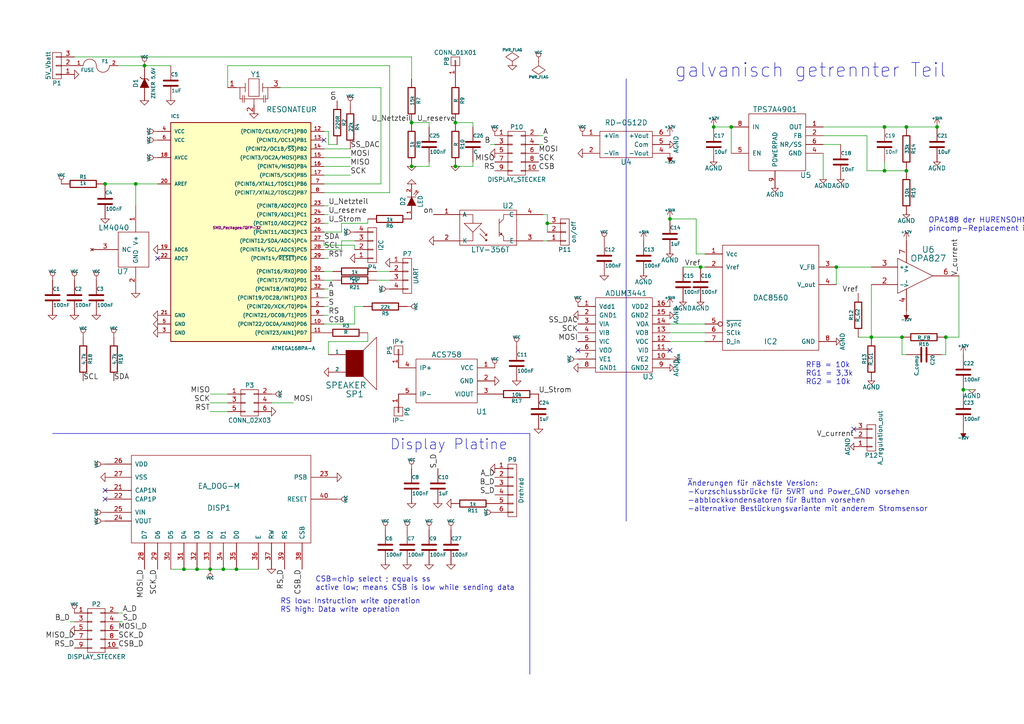
<source format=kicad_sch>
(kicad_sch (version 20230121) (generator eeschema)
  (paper "A4")
  (junction (at 158.75 64.77))
  (junction (at 262.89 49.53))
  (junction (at 64.77 165.1))
  (junction (at 119.38 48.26))
  (junction (at 41.91 19.05))
  (junction (at 132.08 35.56))
  (junction (at 53.34 165.1))
  (junction (at 261.62 97.79))
  (junction (at 203.2 77.47))
  (junction (at 242.57 77.47))
  (junction (at 207.01 36.83))
  (junction (at 212.09 36.83))
  (junction (at 30.48 53.34))
  (junction (at 194.31 63.5))
  (junction (at 274.32 97.79))
  (junction (at 279.4 113.03))
  (junction (at 271.78 36.83))
  (junction (at 119.38 35.56))
  (junction (at 57.15 165.1))
  (junction (at 68.58 165.1))
  (junction (at 132.08 48.26))
  (junction (at 39.37 53.34))
  (junction (at 262.89 36.83))
  (junction (at 256.54 49.53))
  (junction (at 60.96 165.1))
  (junction (at 256.54 36.83))
  (junction (at 252.73 97.79))
  (no_connect (at 45.72 74.93))
  (no_connect (at 194.31 101.6))
  (no_connect (at 30.48 142.24))
  (no_connect (at 30.48 144.78))
  (no_connect (at 93.98 40.64))
  (no_connect (at 247.65 124.46))
  (no_connect (at 167.64 101.6))
  (wire (pts (xy 252.73 97.79) (xy 261.62 97.79)))
  (wire (pts (xy 66.04 119.38) (xy 60.96 119.38)))
  (wire (pts (xy 102.87 93.98) (xy 102.87 88.9)))
  (wire (pts (xy 157.48 69.85) (xy 158.75 69.85)))
  (wire (pts (xy 21.59 180.34) (xy 20.32 180.34)))
  (wire (pts (xy 93.98 88.9) (xy 95.25 88.9)))
  (wire (pts (xy 238.76 36.83) (xy 256.54 36.83)))
  (wire (pts (xy 93.98 48.26) (xy 101.6 48.26)))
  (wire (pts (xy 262.89 102.87) (xy 261.62 102.87)))
  (polyline (pts (xy 153.67 125.73) (xy 153.67 195.58)))
  (wire (pts (xy 256.54 36.83) (xy 262.89 36.83)))
  (wire (pts (xy 278.13 80.01) (xy 278.13 97.79)))
  (wire (pts (xy 41.91 19.05) (xy 49.53 19.05)))
  (wire (pts (xy 49.53 165.1) (xy 53.34 165.1)))
  (wire (pts (xy 212.09 36.83) (xy 212.09 44.45)))
  (wire (pts (xy 238.76 44.45) (xy 238.76 52.07)))
  (wire (pts (xy 274.32 97.79) (xy 274.32 102.87)))
  (wire (pts (xy 57.15 165.1) (xy 60.96 165.1)))
  (wire (pts (xy 93.98 69.85) (xy 93.98 71.12)))
  (wire (pts (xy 158.75 64.77) (xy 158.75 67.31)))
  (wire (pts (xy 93.98 91.44) (xy 95.25 91.44)))
  (wire (pts (xy 39.37 59.69) (xy 39.37 53.34)))
  (wire (pts (xy 109.22 81.28) (xy 113.03 81.28)))
  (wire (pts (xy 156.21 39.37) (xy 157.48 39.37)))
  (wire (pts (xy 157.48 62.23) (xy 158.75 62.23)))
  (wire (pts (xy 256.54 49.53) (xy 262.89 49.53)))
  (wire (pts (xy 137.16 35.56) (xy 137.16 36.83)))
  (wire (pts (xy 66.04 25.4) (xy 66.04 19.05)))
  (wire (pts (xy 143.51 41.91) (xy 142.24 41.91)))
  (wire (pts (xy 66.04 19.05) (xy 113.03 19.05)))
  (wire (pts (xy 66.04 116.84) (xy 60.96 116.84)))
  (wire (pts (xy 158.75 62.23) (xy 158.75 64.77)))
  (wire (pts (xy 34.29 19.05) (xy 41.91 19.05)))
  (wire (pts (xy 238.76 41.91) (xy 243.84 41.91)))
  (wire (pts (xy 194.31 93.98) (xy 204.47 93.98)))
  (polyline (pts (xy 181.61 22.86) (xy 181.61 151.13)))
  (wire (pts (xy 207.01 36.83) (xy 212.09 36.83)))
  (wire (pts (xy 252.73 97.79) (xy 252.73 82.55)))
  (wire (pts (xy 198.12 77.47) (xy 203.2 77.47)))
  (wire (pts (xy 93.98 93.98) (xy 102.87 93.98)))
  (wire (pts (xy 242.57 77.47) (xy 252.73 77.47)))
  (wire (pts (xy 124.46 48.26) (xy 124.46 46.99)))
  (wire (pts (xy 93.98 45.72) (xy 101.6 45.72)))
  (wire (pts (xy 113.03 19.05) (xy 113.03 55.88)))
  (wire (pts (xy 21.59 16.51) (xy 119.38 16.51)))
  (wire (pts (xy 124.46 35.56) (xy 124.46 36.83)))
  (wire (pts (xy 93.98 74.93) (xy 95.25 74.93)))
  (wire (pts (xy 279.4 113.03) (xy 281.94 113.03)))
  (wire (pts (xy 93.98 59.69) (xy 95.25 59.69)))
  (wire (pts (xy 194.31 96.52) (xy 204.47 96.52)))
  (wire (pts (xy 106.68 99.06) (xy 95.25 99.06)))
  (wire (pts (xy 81.28 25.4) (xy 110.49 25.4)))
  (wire (pts (xy 119.38 16.51) (xy 119.38 22.86)))
  (wire (pts (xy 95.25 99.06) (xy 95.25 102.87)))
  (wire (pts (xy 109.22 78.74) (xy 113.03 78.74)))
  (wire (pts (xy 93.98 71.12) (xy 102.87 71.12)))
  (wire (pts (xy 93.98 50.8) (xy 101.6 50.8)))
  (wire (pts (xy 34.29 177.8) (xy 35.56 177.8)))
  (wire (pts (xy 194.31 99.06) (xy 204.47 99.06)))
  (wire (pts (xy 113.03 55.88) (xy 93.98 55.88)))
  (wire (pts (xy 278.13 97.79) (xy 274.32 97.79)))
  (wire (pts (xy 110.49 25.4) (xy 110.49 53.34)))
  (wire (pts (xy 64.77 165.1) (xy 68.58 165.1)))
  (wire (pts (xy 93.98 81.28) (xy 96.52 81.28)))
  (wire (pts (xy 279.4 114.3) (xy 279.4 113.03)))
  (wire (pts (xy 251.46 49.53) (xy 256.54 49.53)))
  (wire (pts (xy 201.93 63.5) (xy 201.93 73.66)))
  (polyline (pts (xy 15.24 125.73) (xy 153.67 125.73)))
  (wire (pts (xy 274.32 102.87) (xy 273.05 102.87)))
  (wire (pts (xy 99.06 72.39) (xy 99.06 69.85)))
  (wire (pts (xy 93.98 38.1) (xy 95.25 38.1)))
  (wire (pts (xy 251.46 39.37) (xy 251.46 49.53)))
  (wire (pts (xy 95.25 38.1) (xy 95.25 41.91)))
  (wire (pts (xy 93.98 72.39) (xy 99.06 72.39)))
  (wire (pts (xy 95.25 41.91) (xy 97.79 41.91)))
  (wire (pts (xy 60.96 165.1) (xy 64.77 165.1)))
  (wire (pts (xy 99.06 67.31) (xy 99.06 64.77)))
  (wire (pts (xy 68.58 165.1) (xy 74.93 165.1)))
  (wire (pts (xy 93.98 86.36) (xy 95.25 86.36)))
  (wire (pts (xy 110.49 53.34) (xy 93.98 53.34)))
  (wire (pts (xy 93.98 78.74) (xy 96.52 78.74)))
  (wire (pts (xy 66.04 114.3) (xy 60.96 114.3)))
  (wire (pts (xy 256.54 46.99) (xy 256.54 49.53)))
  (wire (pts (xy 119.38 48.26) (xy 124.46 48.26)))
  (wire (pts (xy 93.98 64.77) (xy 95.25 64.77)))
  (wire (pts (xy 34.29 180.34) (xy 35.56 180.34)))
  (wire (pts (xy 39.37 53.34) (xy 45.72 53.34)))
  (wire (pts (xy 102.87 71.12) (xy 102.87 72.39)))
  (wire (pts (xy 248.92 97.79) (xy 252.73 97.79)))
  (wire (pts (xy 30.48 53.34) (xy 39.37 53.34)))
  (wire (pts (xy 261.62 102.87) (xy 261.62 97.79)))
  (wire (pts (xy 102.87 88.9) (xy 105.41 88.9)))
  (wire (pts (xy 93.98 62.23) (xy 95.25 62.23)))
  (wire (pts (xy 156.21 41.91) (xy 157.48 41.91)))
  (wire (pts (xy 99.06 64.77) (xy 106.68 64.77)))
  (wire (pts (xy 203.2 77.47) (xy 204.47 77.47)))
  (wire (pts (xy 78.74 116.84) (xy 85.09 116.84)))
  (wire (pts (xy 132.08 48.26) (xy 137.16 48.26)))
  (wire (pts (xy 201.93 73.66) (xy 204.47 73.66)))
  (wire (pts (xy 132.08 35.56) (xy 137.16 35.56)))
  (wire (pts (xy 99.06 69.85) (xy 102.87 69.85)))
  (wire (pts (xy 106.68 96.52) (xy 106.68 99.06)))
  (wire (pts (xy 93.98 43.18) (xy 101.6 43.18)))
  (wire (pts (xy 137.16 48.26) (xy 137.16 46.99)))
  (wire (pts (xy 194.31 63.5) (xy 201.93 63.5)))
  (wire (pts (xy 53.34 165.1) (xy 57.15 165.1)))
  (wire (pts (xy 262.89 36.83) (xy 271.78 36.83)))
  (wire (pts (xy 93.98 83.82) (xy 95.25 83.82)))
  (wire (pts (xy 93.98 67.31) (xy 99.06 67.31)))
  (wire (pts (xy 238.76 39.37) (xy 251.46 39.37)))
  (wire (pts (xy 242.57 82.55) (xy 242.57 77.47)))
  (wire (pts (xy 119.38 35.56) (xy 124.46 35.56)))
  (wire (pts (xy 106.68 64.77) (xy 106.68 63.5)))
  (text "RFB = 10k\nRG1 = 3,3k\nRG2 = 10k" (at 233.68 111.76 0) (effects (font (size 1.524 1.524)) (justify left bottom)))
  (text "RS low: Instruction write operation\nRS high: Data write operation" (at 81.28 177.8 0) (effects (font (size 1.524 1.524)) (justify left bottom)))
  (text "Änderungen für nächste Version:\n-Kurzschlussbrücke für 5VRT und Power_GND vorsehen\n-abblockkondensatoren für Button vorsehen\n-alternative Bestückungsvariante mit anderem Stromsensor" (at 199.39 148.59 0) (effects (font (size 1.524 1.524)) (justify left bottom)))
  (text "galvanisch getrennter Teil" (at 195.58 22.86 0) (effects (font (size 3.9878 3.9878)) (justify left bottom)))
  (text "Display Platine" (at 113.03 130.81 0) (effects (font (size 2.9972 2.9972)) (justify left bottom)))
  (text "OPA188 der HURENSOHN hält keinen Strom aus.\npincomp-Replacement ist der OPA827" (at 269.24 67.31 0) (effects (font (size 1.524 1.524)) (justify left bottom)))
  (text "CSB=chip select ; equals ss\nactive low; means CSB is low while sending data" (at 91.44 171.45 0) (effects (font (size 1.524 1.524)) (justify left bottom)))
  (label "B" (at 142.24 41.91 180) (effects (font (size 1.524 1.524))))
  (label "S" (at 157.48 41.91 0) (effects (font (size 1.524 1.524))))
  (label "A" (at 157.48 39.37 0) (effects (font (size 1.524 1.524))))
  (label "S_D" (at 35.56 180.34 0) (effects (font (size 1.524 1.524))))
  (label "V_current" (at 278.13 80.01 90) (effects (font (size 1.524 1.524))))
  (label "RST" (at 60.96 119.38 180) (effects (font (size 1.524 1.524))))
  (label "SCK" (at 101.6 50.8 0) (effects (font (size 1.524 1.524))))
  (label "CSB_D" (at 87.63 165.1 270) (effects (font (size 1.524 1.524))))
  (label "MISO_D" (at 21.59 185.42 180) (effects (font (size 1.524 1.524))))
  (label "SDA" (at 93.98 69.85 0) (effects (font (size 1.524 1.524))))
  (label "SCK_D" (at 34.29 185.42 0) (effects (font (size 1.524 1.524))))
  (label "MOSI" (at 167.64 99.06 180) (effects (font (size 1.524 1.524))))
  (label "SCK" (at 60.96 116.84 180) (effects (font (size 1.524 1.524))))
  (label "MISO" (at 143.51 46.99 180) (effects (font (size 1.524 1.524))))
  (label "SDA" (at 33.02 110.49 0) (effects (font (size 1.524 1.524))))
  (label "CSB" (at 95.25 93.98 0) (effects (font (size 1.524 1.524))))
  (label "U_reserve" (at 132.08 35.56 180) (effects (font (size 1.524 1.524))))
  (label "U_Strom" (at 156.21 114.3 0) (effects (font (size 1.524 1.524))))
  (label "S_D" (at 127 135.89 90) (effects (font (size 1.524 1.524))))
  (label "RS" (at 95.25 91.44 0) (effects (font (size 1.524 1.524))))
  (label "RS" (at 143.51 49.53 180) (effects (font (size 1.524 1.524))))
  (label "on" (at 97.79 29.21 90) (effects (font (size 1.524 1.524))))
  (label "MOSI_D" (at 34.29 182.88 0) (effects (font (size 1.524 1.524))))
  (label "SCL" (at 93.98 72.39 0) (effects (font (size 1.524 1.524))))
  (label "U_Netzteil" (at 119.38 35.56 180) (effects (font (size 1.524 1.524))))
  (label "Vref" (at 248.92 85.09 180) (effects (font (size 1.524 1.524))))
  (label "MOSI_D" (at 41.91 165.1 270) (effects (font (size 1.524 1.524))))
  (label "RST" (at 95.25 74.93 0) (effects (font (size 1.524 1.524))))
  (label "A" (at 95.25 83.82 0) (effects (font (size 1.524 1.524))))
  (label "U_Strom" (at 95.25 64.77 0) (effects (font (size 1.524 1.524))))
  (label "MOSI" (at 156.21 44.45 0) (effects (font (size 1.524 1.524))))
  (label "SCL" (at 24.13 110.49 0) (effects (font (size 1.524 1.524))))
  (label "CSB_D" (at 34.29 187.96 0) (effects (font (size 1.524 1.524))))
  (label "MOSI" (at 101.6 45.72 0) (effects (font (size 1.524 1.524))))
  (label "V_current" (at 247.65 127 180) (effects (font (size 1.524 1.524))))
  (label "S" (at 95.25 88.9 0) (effects (font (size 1.524 1.524))))
  (label "S_D" (at 143.51 143.51 180) (effects (font (size 1.524 1.524))))
  (label "SCK" (at 167.64 96.52 180) (effects (font (size 1.524 1.524))))
  (label "MISO" (at 101.6 48.26 0) (effects (font (size 1.524 1.524))))
  (label "SS_DAC" (at 101.6 43.18 0) (effects (font (size 1.524 1.524))))
  (label "CSB" (at 156.21 49.53 0) (effects (font (size 1.524 1.524))))
  (label "MISO" (at 60.96 114.3 180) (effects (font (size 1.524 1.524))))
  (label "SS_DAC" (at 167.64 93.98 180) (effects (font (size 1.524 1.524))))
  (label "U_Netzteil" (at 95.25 59.69 0) (effects (font (size 1.524 1.524))))
  (label "RS_D" (at 82.55 165.1 270) (effects (font (size 1.524 1.524))))
  (label "MOSI" (at 85.09 116.84 0) (effects (font (size 1.524 1.524))))
  (label "SCK" (at 156.21 46.99 0) (effects (font (size 1.524 1.524))))
  (label "A_D" (at 143.51 138.43 180) (effects (font (size 1.524 1.524))))
  (label "SCK_D" (at 45.72 165.1 270) (effects (font (size 1.524 1.524))))
  (label "B_D" (at 20.32 180.34 180) (effects (font (size 1.524 1.524))))
  (label "RS_D" (at 21.59 187.96 180) (effects (font (size 1.524 1.524))))
  (label "on" (at 125.73 62.23 180) (effects (font (size 1.524 1.524))))
  (label "Vref" (at 203.2 77.47 180) (effects (font (size 1.524 1.524))))
  (label "B_D" (at 143.51 140.97 180) (effects (font (size 1.524 1.524))))
  (label "U_reserve" (at 95.25 62.23 0) (effects (font (size 1.524 1.524))))
  (label "A_D" (at 35.56 177.8 0) (effects (font (size 1.524 1.524))))
  (label "B" (at 95.25 86.36 0) (effects (font (size 1.524 1.524))))
  (symbol (lib_id "server_lader-rescue:ATMEGA168PA-A-RESCUE-server_lader") (at 68.58 66.04 0) (unit 1)
    (property "Reference" "IC1" (at 49.53 34.29 0) (effects (font (size 1.016 1.016)) (justify left bottom)))
    (property "Value" "ATMEGA168PA-A" (at 78.74 101.6 0) (effects (font (size 1.016 1.016)) (justify left bottom)))
    (property "Footprint" "SMD_Packages:TQFP-32" (at 68.58 66.04 0) (effects (font (size 0.762 0.762) italic)))
  )
  (symbol (lib_id "server_lader-rescue:VCC") (at 45.72 38.1 90) (unit 1)
    (property "Reference" "#PWR01" (effects hide))
    (property "Value" "VCC" (at 43.18 38.1 0) (effects (font (size 0.762 0.762))))
  )
  (symbol (lib_id "server_lader-rescue:VCC") (at 45.72 40.64 90) (unit 1)
    (property "Reference" "#PWR02" (effects hide))
    (property "Value" "VCC" (at 43.18 40.64 0) (effects (font (size 0.762 0.762))))
  )
  (symbol (lib_id "server_lader-rescue:VCC") (at 45.72 45.72 90) (unit 1)
    (property "Reference" "#PWR03" (effects hide))
    (property "Value" "VCC" (at 43.18 45.72 0) (effects (font (size 0.762 0.762))))
  )
  (symbol (lib_id "server_lader-rescue:GND-RESCUE-server_lader") (at 45.72 91.44 270) (unit 1)
    (property "Reference" "#PWR04" (effects hide))
    (property "Value" "GND" (effects hide))
  )
  (symbol (lib_id "server_lader-rescue:GND-RESCUE-server_lader") (at 45.72 93.98 270) (unit 1)
    (property "Reference" "#PWR05" (effects hide))
    (property "Value" "GND" (effects hide))
  )
  (symbol (lib_id "server_lader-rescue:GND-RESCUE-server_lader") (at 45.72 96.52 270) (unit 1)
    (property "Reference" "#PWR06" (effects hide))
    (property "Value" "GND" (effects hide))
  )
  (symbol (lib_id "server_lader-rescue:VCC") (at 78.74 114.3 270) (unit 1)
    (property "Reference" "#PWR07" (effects hide))
    (property "Value" "VCC" (at 81.28 114.3 0) (effects (font (size 0.762 0.762))))
  )
  (symbol (lib_id "server_lader-rescue:CONN_02X03") (at 72.39 116.84 0) (unit 1)
    (property "Reference" "P3" (at 72.39 111.76 0))
    (property "Value" "CONN_02X03" (at 72.39 121.92 0))
    (property "Footprint" "toni:micro_match3x2" (effects hide))
  )
  (symbol (lib_id "server_lader-rescue:GND-RESCUE-server_lader") (at 78.74 119.38 90) (unit 1)
    (property "Reference" "#PWR08" (effects hide))
    (property "Value" "GND" (effects hide))
  )
  (symbol (lib_id "server_lader-rescue:CONN_01X04") (at 118.11 80.01 0) (unit 1)
    (property "Reference" "P7" (at 118.11 73.66 0))
    (property "Value" "UART" (at 120.65 80.01 90))
    (property "Footprint" "Sockets_MOLEX_KK-System:Socket_MOLEX-KK-RM2-54mm_Lock_4pin_straight" (effects hide))
  )
  (symbol (lib_id "server_lader-rescue:GND-RESCUE-server_lader") (at 113.03 76.2 270) (unit 1)
    (property "Reference" "#PWR09" (effects hide))
    (property "Value" "GND" (effects hide))
  )
  (symbol (lib_id "server_lader-rescue:VCC") (at 113.03 83.82 90) (unit 1)
    (property "Reference" "#PWR010" (effects hide))
    (property "Value" "VCC" (at 110.49 83.82 0) (effects (font (size 0.762 0.762))))
  )
  (symbol (lib_id "server_lader-rescue:GND-RESCUE-server_lader") (at 21.59 21.59 90) (unit 1)
    (property "Reference" "#PWR011" (effects hide))
    (property "Value" "GND" (effects hide))
  )
  (symbol (lib_id "server_lader-rescue:ZENER-RESCUE-server_lader") (at 41.91 24.13 90) (unit 1)
    (property "Reference" "D1" (at 39.37 24.13 0))
    (property "Value" "ZENER 5,6V" (at 44.45 24.13 0) (effects (font (size 1.016 1.016))))
    (property "Footprint" "Diodes_SMD:Diode-Universal-SMA-SMB_Handsoldering" (effects hide))
  )
  (symbol (lib_id "server_lader-rescue:GND-RESCUE-server_lader") (at 41.91 29.21 0) (unit 1)
    (property "Reference" "#PWR012" (effects hide))
    (property "Value" "GND" (effects hide))
  )
  (symbol (lib_id "server_lader-rescue:VCC") (at 41.91 19.05 0) (unit 1)
    (property "Reference" "#PWR013" (effects hide))
    (property "Value" "VCC" (at 41.91 16.51 0) (effects (font (size 0.762 0.762))))
  )
  (symbol (lib_id "server_lader-rescue:R-RESCUE-server_lader") (at 24.13 53.34 90) (unit 1)
    (property "Reference" "R1" (at 24.13 51.308 90) (effects (font (size 1.016 1.016))))
    (property "Value" "1k" (at 24.1046 53.1622 90) (effects (font (size 1.016 1.016))))
    (property "Footprint" "SMD_Packages:SMD-0805" (effects hide))
  )
  (symbol (lib_id "server_lader-rescue:C-RESCUE-server_lader") (at 30.48 58.42 0) (unit 1)
    (property "Reference" "C4" (at 30.48 55.88 0) (effects (font (size 1.016 1.016)) (justify left)))
    (property "Value" "100nF" (at 30.6324 60.579 0) (effects (font (size 1.016 1.016)) (justify left)))
    (property "Footprint" "SMD_Packages:SMD-0402" (effects hide))
  )
  (symbol (lib_id "server_lader-rescue:VCC") (at 17.78 53.34 0) (unit 1)
    (property "Reference" "#PWR014" (effects hide))
    (property "Value" "VCC" (at 17.78 50.8 0) (effects (font (size 0.762 0.762))))
  )
  (symbol (lib_id "server_lader-rescue:GND-RESCUE-server_lader") (at 30.48 63.5 0) (unit 1)
    (property "Reference" "#PWR015" (effects hide))
    (property "Value" "GND" (effects hide))
  )
  (symbol (lib_id "server_lader-rescue:CONN_02X05") (at 149.86 44.45 0) (unit 1)
    (property "Reference" "P10" (at 149.86 36.83 0))
    (property "Value" "DISPLAY_STECKER" (at 149.86 52.07 0))
    (property "Footprint" "toni:micro_match5x2" (effects hide))
  )
  (symbol (lib_id "server_lader-rescue:GND-RESCUE-server_lader") (at 143.51 44.45 270) (unit 1)
    (property "Reference" "#PWR016" (effects hide))
    (property "Value" "GND" (effects hide))
  )
  (symbol (lib_id "server_lader-rescue:VCC") (at 143.51 39.37 0) (unit 1)
    (property "Reference" "#PWR017" (effects hide))
    (property "Value" "VCC" (at 143.51 36.83 0) (effects (font (size 0.762 0.762))))
  )
  (symbol (lib_id "server_lader-rescue:TPS7A4901") (at 224.79 41.91 0) (unit 1)
    (property "Reference" "U5" (at 233.68 50.8 0) (effects (font (size 1.524 1.524))))
    (property "Value" "TPS7A4901" (at 224.79 31.75 0) (effects (font (size 1.524 1.524))))
    (property "Footprint" "toni:MSOP-8_power_pad" (effects hide))
  )
  (symbol (lib_id "server_lader-rescue:TL071-RESCUE-server_lader") (at 265.43 80.01 0) (unit 1)
    (property "Reference" "U6" (at 269.24 72.39 0) (effects (font (size 1.778 1.778))))
    (property "Value" "OPA827" (at 269.24 74.93 0) (effects (font (size 1.778 1.778))))
    (property "Footprint" "SMD_Packages:SSOP-8" (effects hide))
  )
  (symbol (lib_id "server_lader-rescue:C-RESCUE-server_lader") (at 256.54 41.91 0) (unit 1)
    (property "Reference" "C19" (at 256.54 39.37 0) (effects (font (size 1.016 1.016)) (justify left)))
    (property "Value" "10nF" (at 256.6924 44.069 0) (effects (font (size 1.016 1.016)) (justify left)))
    (property "Footprint" "SMD_Packages:SMD-0402" (effects hide))
  )
  (symbol (lib_id "server_lader-rescue:+12V") (at 262.89 69.85 0) (unit 1)
    (property "Reference" "#PWR027" (effects hide))
    (property "Value" "+12V" (at 262.89 67.31 0) (effects (font (size 0.762 0.762))))
  )
  (symbol (lib_id "server_lader-rescue:R-RESCUE-server_lader") (at 262.89 43.18 0) (unit 1)
    (property "Reference" "R14" (at 264.922 43.18 90) (effects (font (size 1.016 1.016))))
    (property "Value" "33k" (at 263.0678 43.1546 90) (effects (font (size 1.016 1.016))))
    (property "Footprint" "SMD_Packages:SMD-0805" (effects hide))
  )
  (symbol (lib_id "server_lader-rescue:R-RESCUE-server_lader") (at 262.89 55.88 0) (unit 1)
    (property "Reference" "R15" (at 264.922 55.88 90) (effects (font (size 1.016 1.016))))
    (property "Value" "10k" (at 263.0678 55.8546 90) (effects (font (size 1.016 1.016))))
    (property "Footprint" "SMD_Packages:SMD-0805" (effects hide))
  )
  (symbol (lib_id "server_lader-rescue:-12V") (at 262.89 90.17 180) (unit 1)
    (property "Reference" "#PWR028" (effects hide))
    (property "Value" "-12V" (at 262.89 92.71 0) (effects (font (size 0.762 0.762))))
  )
  (symbol (lib_id "server_lader-rescue:C-RESCUE-server_lader") (at 243.84 46.99 0) (unit 1)
    (property "Reference" "C18" (at 243.84 44.45 0) (effects (font (size 1.016 1.016)) (justify left)))
    (property "Value" "10nF" (at 243.9924 49.149 0) (effects (font (size 1.016 1.016)) (justify left)))
    (property "Footprint" "SMD_Packages:SMD-0402" (effects hide))
  )
  (symbol (lib_id "server_lader-rescue:AGND") (at 271.78 46.99 0) (unit 1)
    (property "Reference" "#PWR039" (effects hide))
    (property "Value" "AGND" (at 271.78 48.768 0))
  )
  (symbol (lib_id "server_lader-rescue:+12V") (at 207.01 36.83 0) (unit 1)
    (property "Reference" "#PWR018" (effects hide))
    (property "Value" "+12V" (at 207.01 34.29 0) (effects (font (size 0.762 0.762))))
  )
  (symbol (lib_id "server_lader-rescue:C-RESCUE-server_lader") (at 207.01 41.91 0) (unit 1)
    (property "Reference" "C17" (at 207.01 39.37 0) (effects (font (size 1.016 1.016)) (justify left)))
    (property "Value" "10uF" (at 207.1624 44.069 0) (effects (font (size 1.016 1.016)) (justify left)))
    (property "Footprint" "SMD_Packages:SMD-1206" (effects hide))
  )
  (symbol (lib_id "server_lader-rescue:C-RESCUE-server_lader") (at 271.78 41.91 0) (unit 1)
    (property "Reference" "C21" (at 271.78 39.37 0) (effects (font (size 1.016 1.016)) (justify left)))
    (property "Value" "10uF" (at 271.9324 44.069 0) (effects (font (size 1.016 1.016)) (justify left)))
    (property "Footprint" "SMD_Packages:SMD-1206" (effects hide))
  )
  (symbol (lib_id "server_lader-rescue:RD-0512D") (at 181.61 41.91 0) (unit 1)
    (property "Reference" "U4" (at 181.61 46.99 0) (effects (font (size 1.524 1.524))))
    (property "Value" "RD-0512D" (at 181.61 35.56 0) (effects (font (size 1.524 1.524))))
    (property "Footprint" "toni:RD-xx12D" (effects hide))
  )
  (symbol (lib_id "server_lader-rescue:+5VA") (at 271.78 36.83 0) (unit 1)
    (property "Reference" "#PWR019" (effects hide))
    (property "Value" "+5VA" (at 271.78 34.29 0) (effects (font (size 0.762 0.762))))
  )
  (symbol (lib_id "server_lader-rescue:VCC") (at 168.91 39.37 0) (unit 1)
    (property "Reference" "#PWR029" (effects hide))
    (property "Value" "VCC" (at 168.91 36.83 0) (effects (font (size 0.762 0.762))))
  )
  (symbol (lib_id "server_lader-rescue:GND-RESCUE-server_lader") (at 168.91 44.45 270) (unit 1)
    (property "Reference" "#PWR030" (effects hide))
    (property "Value" "GND" (effects hide))
  )
  (symbol (lib_id "server_lader-rescue:C-RESCUE-server_lader") (at 15.24 86.36 0) (unit 1)
    (property "Reference" "C1" (at 15.24 83.82 0) (effects (font (size 1.016 1.016)) (justify left)))
    (property "Value" "100nF" (at 15.3924 88.519 0) (effects (font (size 1.016 1.016)) (justify left)))
    (property "Footprint" "SMD_Packages:SMD-0402" (effects hide))
  )
  (symbol (lib_id "server_lader-rescue:GND-RESCUE-server_lader") (at 15.24 91.44 0) (unit 1)
    (property "Reference" "#PWR020" (effects hide))
    (property "Value" "GND" (effects hide))
  )
  (symbol (lib_id "server_lader-rescue:VCC") (at 15.24 81.28 0) (unit 1)
    (property "Reference" "#PWR021" (effects hide))
    (property "Value" "VCC" (at 15.24 78.74 0) (effects (font (size 0.762 0.762))))
  )
  (symbol (lib_id "server_lader-rescue:C-RESCUE-server_lader") (at 49.53 24.13 0) (unit 1)
    (property "Reference" "C5" (at 49.53 21.59 0) (effects (font (size 1.016 1.016)) (justify left)))
    (property "Value" "1uF" (at 49.6824 26.289 0) (effects (font (size 1.016 1.016)) (justify left)))
    (property "Footprint" "SMD_Packages:SMD-0603" (effects hide))
  )
  (symbol (lib_id "server_lader-rescue:+12V") (at 194.31 39.37 0) (unit 1)
    (property "Reference" "#PWR031" (effects hide))
    (property "Value" "+12V" (at 194.31 36.83 0) (effects (font (size 0.762 0.762))))
  )
  (symbol (lib_id "server_lader-rescue:-12V") (at 194.31 44.45 180) (unit 1)
    (property "Reference" "#PWR032" (effects hide))
    (property "Value" "-12V" (at 194.31 46.99 0) (effects (font (size 0.762 0.762))))
  )
  (symbol (lib_id "server_lader-rescue:GND-RESCUE-server_lader") (at 49.53 29.21 0) (unit 1)
    (property "Reference" "#PWR022" (effects hide))
    (property "Value" "GND" (effects hide))
  )
  (symbol (lib_id "server_lader-rescue:C-RESCUE-server_lader") (at 21.59 86.36 0) (unit 1)
    (property "Reference" "C2" (at 21.59 83.82 0) (effects (font (size 1.016 1.016)) (justify left)))
    (property "Value" "100nF" (at 21.7424 88.519 0) (effects (font (size 1.016 1.016)) (justify left)))
    (property "Footprint" "SMD_Packages:SMD-0402" (effects hide))
  )
  (symbol (lib_id "server_lader-rescue:GND-RESCUE-server_lader") (at 21.59 91.44 0) (unit 1)
    (property "Reference" "#PWR023" (effects hide))
    (property "Value" "GND" (effects hide))
  )
  (symbol (lib_id "server_lader-rescue:VCC") (at 21.59 81.28 0) (unit 1)
    (property "Reference" "#PWR024" (effects hide))
    (property "Value" "VCC" (at 21.59 78.74 0) (effects (font (size 0.762 0.762))))
  )
  (symbol (lib_id "server_lader-rescue:AGND") (at 207.01 46.99 0) (unit 1)
    (property "Reference" "#PWR033" (effects hide))
    (property "Value" "AGND" (at 207.01 48.768 0))
  )
  (symbol (lib_id "server_lader-rescue:C-RESCUE-server_lader") (at 27.94 86.36 0) (unit 1)
    (property "Reference" "C3" (at 27.94 83.82 0) (effects (font (size 1.016 1.016)) (justify left)))
    (property "Value" "100nF" (at 28.0924 88.519 0) (effects (font (size 1.016 1.016)) (justify left)))
    (property "Footprint" "SMD_Packages:SMD-0402" (effects hide))
  )
  (symbol (lib_id "server_lader-rescue:GND-RESCUE-server_lader") (at 27.94 91.44 0) (unit 1)
    (property "Reference" "#PWR025" (effects hide))
    (property "Value" "GND" (effects hide))
  )
  (symbol (lib_id "server_lader-rescue:VCC") (at 27.94 81.28 0) (unit 1)
    (property "Reference" "#PWR026" (effects hide))
    (property "Value" "VCC" (at 27.94 78.74 0) (effects (font (size 0.762 0.762))))
  )
  (symbol (lib_id "server_lader-rescue:AGND") (at 224.79 54.61 0) (unit 1)
    (property "Reference" "#PWR034" (effects hide))
    (property "Value" "AGND" (at 224.79 56.388 0))
  )
  (symbol (lib_id "server_lader-rescue:AGND") (at 238.76 52.07 0) (unit 1)
    (property "Reference" "#PWR035" (effects hide))
    (property "Value" "AGND" (at 238.76 53.848 0))
  )
  (symbol (lib_id "server_lader-rescue:AGND") (at 243.84 52.07 0) (unit 1)
    (property "Reference" "#PWR036" (effects hide))
    (property "Value" "AGND" (at 243.84 53.848 0))
  )
  (symbol (lib_id "server_lader-rescue:AGND") (at 262.89 62.23 0) (unit 1)
    (property "Reference" "#PWR037" (effects hide))
    (property "Value" "AGND" (at 262.89 64.008 0))
  )
  (symbol (lib_id "server_lader-rescue:AGND") (at 194.31 41.91 90) (unit 1)
    (property "Reference" "#PWR038" (effects hide))
    (property "Value" "AGND" (at 196.088 41.91 0))
  )
  (symbol (lib_id "server_lader-rescue:AGND") (at 194.31 106.68 90) (unit 1)
    (property "Reference" "#PWR040" (effects hide))
    (property "Value" "AGND" (at 196.088 106.68 0))
  )
  (symbol (lib_id "server_lader-rescue:AGND") (at 194.31 91.44 90) (unit 1)
    (property "Reference" "#PWR041" (effects hide))
    (property "Value" "AGND" (at 196.088 91.44 0))
  )
  (symbol (lib_id "server_lader-rescue:+5VA") (at 194.31 88.9 0) (unit 1)
    (property "Reference" "#PWR042" (effects hide))
    (property "Value" "+5VA" (at 194.31 86.36 0) (effects (font (size 0.762 0.762))))
  )
  (symbol (lib_id "server_lader-rescue:VCC") (at 167.64 88.9 0) (unit 1)
    (property "Reference" "#PWR043" (effects hide))
    (property "Value" "VCC" (at 167.64 86.36 0) (effects (font (size 0.762 0.762))))
  )
  (symbol (lib_id "server_lader-rescue:GND-RESCUE-server_lader") (at 167.64 91.44 270) (unit 1)
    (property "Reference" "#PWR044" (effects hide))
    (property "Value" "GND" (effects hide))
  )
  (symbol (lib_id "server_lader-rescue:GND-RESCUE-server_lader") (at 167.64 106.68 270) (unit 1)
    (property "Reference" "#PWR045" (effects hide))
    (property "Value" "GND" (effects hide))
  )
  (symbol (lib_id "server_lader-rescue:DAC8560") (at 223.52 86.36 0) (unit 1)
    (property "Reference" "IC2" (at 223.52 99.06 0) (effects (font (size 1.524 1.524))))
    (property "Value" "DAC8560" (at 223.52 86.36 0) (effects (font (size 1.524 1.524))))
    (property "Footprint" "Housings_SSOP:MSOP-8_3x3mm_Pitch0.65mm" (effects hide))
  )
  (symbol (lib_id "server_lader-rescue:C-RESCUE-server_lader") (at 194.31 68.58 0) (unit 1)
    (property "Reference" "C14" (at 194.31 66.04 0) (effects (font (size 1.016 1.016)) (justify left)))
    (property "Value" "1uF" (at 194.4624 70.739 0) (effects (font (size 1.016 1.016)) (justify left)))
    (property "Footprint" "SMD_Packages:SMD-0603" (effects hide))
  )
  (symbol (lib_id "server_lader-rescue:C-RESCUE-server_lader") (at 203.2 82.55 0) (unit 1)
    (property "Reference" "C16" (at 203.2 80.01 0) (effects (font (size 1.016 1.016)) (justify left)))
    (property "Value" "100nF" (at 203.3524 84.709 0) (effects (font (size 1.016 1.016)) (justify left)))
    (property "Footprint" "SMD_Packages:SMD-0402" (effects hide))
  )
  (symbol (lib_id "server_lader-rescue:C-RESCUE-server_lader") (at 198.12 82.55 0) (unit 1)
    (property "Reference" "C15" (at 198.12 80.01 0) (effects (font (size 1.016 1.016)) (justify left)))
    (property "Value" "100nF" (at 198.2724 84.709 0) (effects (font (size 1.016 1.016)) (justify left)))
    (property "Footprint" "SMD_Packages:SMD-0402" (effects hide))
  )
  (symbol (lib_id "server_lader-rescue:ADUM3441") (at 180.34 93.98 0) (unit 1)
    (property "Reference" "U3" (at 187.96 109.22 0) (effects (font (size 1.524 1.524))))
    (property "Value" "ADUM3441" (at 181.61 85.09 0) (effects (font (size 1.524 1.524))))
    (property "Footprint" "Housings_SOIC:SOIC-16_7.5x10.3mm_Pitch1.27mm" (effects hide))
  )
  (symbol (lib_id "server_lader-rescue:C-RESCUE-server_lader") (at 175.26 74.93 0) (unit 1)
    (property "Reference" "C12" (at 175.26 72.39 0) (effects (font (size 1.016 1.016)) (justify left)))
    (property "Value" "100nF" (at 175.4124 77.089 0) (effects (font (size 1.016 1.016)) (justify left)))
    (property "Footprint" "SMD_Packages:SMD-0402" (effects hide))
  )
  (symbol (lib_id "server_lader-rescue:VCC") (at 175.26 69.85 0) (unit 1)
    (property "Reference" "#PWR046" (effects hide))
    (property "Value" "VCC" (at 175.26 67.31 0) (effects (font (size 0.762 0.762))))
  )
  (symbol (lib_id "server_lader-rescue:GND-RESCUE-server_lader") (at 175.26 80.01 0) (unit 1)
    (property "Reference" "#PWR047" (effects hide))
    (property "Value" "GND" (effects hide))
  )
  (symbol (lib_id "server_lader-rescue:C-RESCUE-server_lader") (at 186.69 74.93 0) (unit 1)
    (property "Reference" "C13" (at 186.69 72.39 0) (effects (font (size 1.016 1.016)) (justify left)))
    (property "Value" "100nF" (at 186.8424 77.089 0) (effects (font (size 1.016 1.016)) (justify left)))
    (property "Footprint" "SMD_Packages:SMD-0402" (effects hide))
  )
  (symbol (lib_id "server_lader-rescue:AGND") (at 186.69 80.01 0) (unit 1)
    (property "Reference" "#PWR048" (effects hide))
    (property "Value" "AGND" (at 186.69 81.788 0))
  )
  (symbol (lib_id "server_lader-rescue:+5VA") (at 186.69 69.85 0) (unit 1)
    (property "Reference" "#PWR049" (effects hide))
    (property "Value" "+5VA" (at 186.69 67.31 0) (effects (font (size 0.762 0.762))))
  )
  (symbol (lib_id "server_lader-rescue:+5VA") (at 194.31 63.5 0) (unit 1)
    (property "Reference" "#PWR050" (effects hide))
    (property "Value" "+5VA" (at 194.31 60.96 0) (effects (font (size 0.762 0.762))))
  )
  (symbol (lib_id "server_lader-rescue:VCC") (at 167.64 104.14 90) (unit 1)
    (property "Reference" "#PWR051" (effects hide))
    (property "Value" "VCC" (at 165.1 104.14 0) (effects (font (size 0.762 0.762))))
  )
  (symbol (lib_id "server_lader-rescue:+5VA") (at 194.31 104.14 270) (unit 1)
    (property "Reference" "#PWR052" (effects hide))
    (property "Value" "+5VA" (at 196.85 104.14 0) (effects (font (size 0.762 0.762))))
  )
  (symbol (lib_id "server_lader-rescue:AGND") (at 203.2 87.63 0) (unit 1)
    (property "Reference" "#PWR053" (effects hide))
    (property "Value" "AGND" (at 203.2 89.408 0))
  )
  (symbol (lib_id "server_lader-rescue:AGND") (at 194.31 73.66 0) (unit 1)
    (property "Reference" "#PWR054" (effects hide))
    (property "Value" "AGND" (at 194.31 75.438 0))
  )
  (symbol (lib_id "server_lader-rescue:AGND") (at 198.12 87.63 0) (unit 1)
    (property "Reference" "#PWR055" (effects hide))
    (property "Value" "AGND" (at 198.12 89.408 0))
  )
  (symbol (lib_id "server_lader-rescue:AGND") (at 242.57 99.06 90) (unit 1)
    (property "Reference" "#PWR056" (effects hide))
    (property "Value" "AGND" (at 244.348 99.06 0))
  )
  (symbol (lib_id "server_lader-rescue:R-RESCUE-server_lader") (at 267.97 97.79 270) (unit 1)
    (property "Reference" "R16" (at 267.97 99.822 90) (effects (font (size 1.016 1.016))))
    (property "Value" "R_FB" (at 267.9954 97.9678 90) (effects (font (size 1.016 1.016))))
    (property "Footprint" "SMD_Packages:SMD-0805" (effects hide))
  )
  (symbol (lib_id "server_lader-rescue:R-RESCUE-server_lader") (at 252.73 104.14 180) (unit 1)
    (property "Reference" "R13" (at 250.698 104.14 90) (effects (font (size 1.016 1.016))))
    (property "Value" "R_G1" (at 252.5522 104.1654 90) (effects (font (size 1.016 1.016))))
    (property "Footprint" "SMD_Packages:SMD-0805" (effects hide))
  )
  (symbol (lib_id "server_lader-rescue:AGND") (at 252.73 110.49 0) (unit 1)
    (property "Reference" "#PWR057" (effects hide))
    (property "Value" "AGND" (at 252.73 112.268 0))
  )
  (symbol (lib_id "server_lader-rescue:R-RESCUE-server_lader") (at 248.92 91.44 180) (unit 1)
    (property "Reference" "R12" (at 246.888 91.44 90) (effects (font (size 1.016 1.016))))
    (property "Value" "R_G2" (at 248.7422 91.4654 90) (effects (font (size 1.016 1.016))))
    (property "Footprint" "SMD_Packages:SMD-0805" (effects hide))
  )
  (symbol (lib_id "server_lader-rescue:R-RESCUE-server_lader") (at 119.38 41.91 0) (unit 1)
    (property "Reference" "R8" (at 121.412 41.91 90) (effects (font (size 1.016 1.016))))
    (property "Value" "1k" (at 119.5578 41.8846 90) (effects (font (size 1.016 1.016))))
    (property "Footprint" "SMD_Packages:SMD-0805" (effects hide))
  )
  (symbol (lib_id "server_lader-rescue:R-RESCUE-server_lader") (at 119.38 29.21 0) (unit 1)
    (property "Reference" "R7" (at 121.412 29.21 90) (effects (font (size 1.016 1.016))))
    (property "Value" "15k" (at 119.5578 29.1846 90) (effects (font (size 1.016 1.016))))
    (property "Footprint" "SMD_Packages:SMD-0805" (effects hide))
  )
  (symbol (lib_id "server_lader-rescue:GND-RESCUE-server_lader") (at 119.38 48.26 0) (unit 1)
    (property "Reference" "#PWR058" (effects hide))
    (property "Value" "GND" (effects hide))
  )
  (symbol (lib_id "server_lader-rescue:R-RESCUE-server_lader") (at 132.08 41.91 0) (unit 1)
    (property "Reference" "R10" (at 134.112 41.91 90) (effects (font (size 1.016 1.016))))
    (property "Value" "R" (at 132.2578 41.8846 90) (effects (font (size 1.016 1.016))))
    (property "Footprint" "SMD_Packages:SMD-0805" (effects hide))
  )
  (symbol (lib_id "server_lader-rescue:R-RESCUE-server_lader") (at 132.08 29.21 0) (unit 1)
    (property "Reference" "R9" (at 134.112 29.21 90) (effects (font (size 1.016 1.016))))
    (property "Value" "R" (at 132.2578 29.1846 90) (effects (font (size 1.016 1.016))))
    (property "Footprint" "SMD_Packages:SMD-0805" (effects hide))
  )
  (symbol (lib_id "server_lader-rescue:GND-RESCUE-server_lader") (at 132.08 48.26 0) (unit 1)
    (property "Reference" "#PWR059" (effects hide))
    (property "Value" "GND" (effects hide))
  )
  (symbol (lib_id "server_lader-rescue:CONN_01X01") (at 132.08 17.78 90) (unit 1)
    (property "Reference" "P8" (at 129.54 17.78 0))
    (property "Value" "CONN_01X01" (at 132.08 15.24 90))
    (property "Footprint" "Connect:SIL-1" (effects hide))
  )
  (symbol (lib_id "server_lader-rescue:CONN_01X03") (at 16.51 19.05 180) (unit 1)
    (property "Reference" "P1" (at 16.51 24.13 0))
    (property "Value" "5V_Vbatt" (at 13.97 19.05 90))
    (property "Footprint" "Sockets_MOLEX_KK-System:Socket_MOLEX-KK-RM2-54mm_Lock_3pin_straight" (effects hide))
  )
  (symbol (lib_id "server_lader-rescue:GND-RESCUE-server_lader") (at 78.74 165.1 0) (unit 1)
    (property "Reference" "#PWR060" (effects hide))
    (property "Value" "GND" (effects hide))
  )
  (symbol (lib_id "server_lader-rescue:GND-RESCUE-server_lader") (at 30.48 138.43 270) (unit 1)
    (property "Reference" "#PWR061" (effects hide))
    (property "Value" "GND" (effects hide))
  )
  (symbol (lib_id "server_lader-rescue:GND-RESCUE-server_lader") (at 118.11 163.83 0) (unit 1)
    (property "Reference" "#PWR062" (effects hide))
    (property "Value" "GND" (effects hide))
  )
  (symbol (lib_id "server_lader-rescue:C-RESCUE-server_lader") (at 118.11 158.75 0) (unit 1)
    (property "Reference" "C7" (at 118.11 156.21 0) (effects (font (size 1.016 1.016)) (justify left)))
    (property "Value" "100nF" (at 118.2624 160.909 0) (effects (font (size 1.016 1.016)) (justify left)))
    (property "Footprint" "SMD_Packages:SMD-0402" (effects hide))
  )
  (symbol (lib_id "server_lader-rescue:GND-RESCUE-server_lader") (at 124.46 163.83 0) (unit 1)
    (property "Reference" "#PWR063" (effects hide))
    (property "Value" "GND" (effects hide))
  )
  (symbol (lib_id "server_lader-rescue:C-RESCUE-server_lader") (at 124.46 158.75 0) (unit 1)
    (property "Reference" "C9" (at 124.46 156.21 0) (effects (font (size 1.016 1.016)) (justify left)))
    (property "Value" "100nF" (at 124.6124 160.909 0) (effects (font (size 1.016 1.016)) (justify left)))
    (property "Footprint" "SMD_Packages:SMD-0402" (effects hide))
  )
  (symbol (lib_id "server_lader-rescue:GND-RESCUE-server_lader") (at 111.76 163.83 0) (unit 1)
    (property "Reference" "#PWR064" (effects hide))
    (property "Value" "GND" (effects hide))
  )
  (symbol (lib_id "server_lader-rescue:C-RESCUE-server_lader") (at 111.76 158.75 0) (unit 1)
    (property "Reference" "C6" (at 111.76 156.21 0) (effects (font (size 1.016 1.016)) (justify left)))
    (property "Value" "100nF" (at 111.9124 160.909 0) (effects (font (size 1.016 1.016)) (justify left)))
    (property "Footprint" "SMD_Packages:SMD-0402" (effects hide))
  )
  (symbol (lib_id "server_lader-rescue:GND-RESCUE-server_lader") (at 97.79 138.43 90) (unit 1)
    (property "Reference" "#PWR065" (effects hide))
    (property "Value" "GND" (effects hide))
  )
  (symbol (lib_id "server_lader-rescue:GND-RESCUE-server_lader") (at 73.66 33.02 0) (unit 1)
    (property "Reference" "#PWR094" (effects hide))
    (property "Value" "GND" (effects hide))
  )
  (symbol (lib_id "server_lader-rescue:SPEAKER") (at 102.87 105.41 0) (unit 1)
    (property "Reference" "SP1" (at 102.87 114.3 0) (effects (font (size 1.778 1.778))))
    (property "Value" "SPEAKER" (at 100.33 111.76 0) (effects (font (size 1.778 1.778))))
    (property "Footprint" "toni:Buzzer_AI-1027-TWT-5V-R" (effects hide))
  )
  (symbol (lib_id "server_lader-rescue:GND-RESCUE-server_lader") (at 95.25 107.95 270) (unit 1)
    (property "Reference" "#PWR066" (effects hide))
    (property "Value" "GND" (effects hide))
  )
  (symbol (lib_id "server_lader-rescue:CONN_01X01") (at 115.57 101.6 90) (unit 1)
    (property "Reference" "P5" (at 113.03 101.6 0))
    (property "Value" "IP+" (at 115.57 99.06 90))
    (property "Footprint" "toni:power_terminal" (effects hide))
  )
  (symbol (lib_id "server_lader-rescue:CONN_01X01") (at 115.57 119.38 270) (unit 1)
    (property "Reference" "P6" (at 118.11 119.38 0))
    (property "Value" "IP-" (at 115.57 121.92 90))
    (property "Footprint" "toni:power_terminal" (effects hide))
  )
  (symbol (lib_id "server_lader-rescue:R-RESCUE-server_lader") (at 113.03 63.5 270) (unit 1)
    (property "Reference" "R6" (at 113.03 65.532 90) (effects (font (size 1.016 1.016))))
    (property "Value" "1k" (at 113.0554 63.6778 90) (effects (font (size 1.016 1.016))))
    (property "Footprint" "SMD_Packages:SMD-0805" (effects hide))
  )
  (symbol (lib_id "server_lader-rescue:LED-RESCUE-server_lader") (at 119.38 58.42 90) (unit 1)
    (property "Reference" "D2" (at 116.84 58.42 0))
    (property "Value" "LED" (at 121.92 58.42 0))
    (property "Footprint" "SMD_Packages:SMD-0603" (effects hide))
  )
  (symbol (lib_id "server_lader-rescue:GND-RESCUE-server_lader") (at 119.38 53.34 180) (unit 1)
    (property "Reference" "#PWR095" (effects hide))
    (property "Value" "GND" (effects hide))
  )
  (symbol (lib_id "server_lader-rescue:VCC") (at 30.48 134.62 90) (unit 1)
    (property "Reference" "#PWR079" (effects hide))
    (property "Value" "VCC" (at 27.94 134.62 0) (effects (font (size 0.762 0.762))))
  )
  (symbol (lib_id "server_lader-rescue:VCC") (at 30.48 148.59 90) (unit 1)
    (property "Reference" "#PWR077" (effects hide))
    (property "Value" "VCC" (at 27.94 148.59 0) (effects (font (size 0.762 0.762))))
  )
  (symbol (lib_id "server_lader-rescue:VCC") (at 30.48 151.13 90) (unit 1)
    (property "Reference" "#PWR076" (effects hide))
    (property "Value" "VCC" (at 27.94 151.13 0) (effects (font (size 0.762 0.762))))
  )
  (symbol (lib_id "server_lader-rescue:VCC") (at 97.79 144.78 270) (unit 1)
    (property "Reference" "#PWR078" (effects hide))
    (property "Value" "VCC" (at 100.33 144.78 0) (effects (font (size 0.762 0.762))))
  )
  (symbol (lib_id "server_lader-rescue:VCC") (at 111.76 153.67 0) (unit 1)
    (property "Reference" "#PWR075" (effects hide))
    (property "Value" "VCC" (at 111.76 151.13 0) (effects (font (size 0.762 0.762))))
  )
  (symbol (lib_id "server_lader-rescue:VCC") (at 118.11 153.67 0) (unit 1)
    (property "Reference" "#PWR067" (effects hide))
    (property "Value" "VCC" (at 118.11 151.13 0) (effects (font (size 0.762 0.762))))
  )
  (symbol (lib_id "server_lader-rescue:VCC") (at 124.46 153.67 0) (unit 1)
    (property "Reference" "#PWR068" (effects hide))
    (property "Value" "VCC" (at 124.46 151.13 0) (effects (font (size 0.762 0.762))))
  )
  (symbol (lib_id "server_lader-rescue:VCC") (at 143.51 106.68 0) (unit 1)
    (property "Reference" "#PWR069" (effects hide))
    (property "Value" "VCC" (at 143.51 104.14 0) (effects (font (size 0.762 0.762))))
  )
  (symbol (lib_id "server_lader-rescue:ACS758") (at 125.73 110.49 0) (unit 1)
    (property "Reference" "U1" (at 139.7 119.38 0) (effects (font (size 1.524 1.524))))
    (property "Value" "ACS758" (at 129.54 102.87 0) (effects (font (size 1.524 1.524))))
    (property "Footprint" "toni:ACS758_PFF" (effects hide))
  )
  (symbol (lib_id "server_lader-rescue:VCC") (at 60.96 165.1 180) (unit 1)
    (property "Reference" "#PWR096" (effects hide))
    (property "Value" "VCC" (at 60.96 167.64 0) (effects (font (size 0.762 0.762))))
  )
  (symbol (lib_id "server_lader-rescue:GND-RESCUE-server_lader") (at 149.86 110.49 0) (unit 1)
    (property "Reference" "#PWR070" (effects hide))
    (property "Value" "GND" (effects hide))
  )
  (symbol (lib_id "server_lader-rescue:C-RESCUE-server_lader") (at 149.86 105.41 0) (unit 1)
    (property "Reference" "C11" (at 149.86 102.87 0) (effects (font (size 1.016 1.016)) (justify left)))
    (property "Value" "100nF" (at 150.0124 107.569 0) (effects (font (size 1.016 1.016)) (justify left)))
    (property "Footprint" "SMD_Packages:SMD-0402" (effects hide))
  )
  (symbol (lib_id "server_lader-rescue:VCC") (at 149.86 100.33 0) (unit 1)
    (property "Reference" "#PWR071" (effects hide))
    (property "Value" "VCC" (at 149.86 97.79 0) (effects (font (size 0.762 0.762))))
  )
  (symbol (lib_id "server_lader-rescue:GND-RESCUE-server_lader") (at 143.51 110.49 90) (unit 1)
    (property "Reference" "#PWR072" (effects hide))
    (property "Value" "GND" (effects hide))
  )
  (symbol (lib_id "server_lader-rescue:R-RESCUE-server_lader") (at 97.79 35.56 0) (unit 1)
    (property "Reference" "R2" (at 99.822 35.56 90) (effects (font (size 1.016 1.016))))
    (property "Value" "220R" (at 97.9678 35.5346 90) (effects (font (size 1.016 1.016))))
    (property "Footprint" "SMD_Packages:SMD-0805" (effects hide))
  )
  (symbol (lib_id "server_lader-rescue:CONN_02X05") (at 27.94 182.88 0) (unit 1)
    (property "Reference" "P2" (at 27.94 175.26 0))
    (property "Value" "DISPLAY_STECKER" (at 27.94 190.5 0))
    (property "Footprint" "toni:micro_match5x2" (effects hide))
  )
  (symbol (lib_id "server_lader-rescue:GND-RESCUE-server_lader") (at 21.59 182.88 270) (unit 1)
    (property "Reference" "#PWR073" (effects hide))
    (property "Value" "GND" (effects hide))
  )
  (symbol (lib_id "server_lader-rescue:VCC") (at 21.59 177.8 0) (unit 1)
    (property "Reference" "#PWR074" (effects hide))
    (property "Value" "VCC" (at 21.59 175.26 0) (effects (font (size 0.762 0.762))))
  )
  (symbol (lib_id "server_lader-rescue:CONN_01X04") (at 107.95 71.12 0) (mirror x) (unit 1)
    (property "Reference" "P4" (at 107.95 77.47 0))
    (property "Value" "I2C" (at 110.49 71.12 90))
    (property "Footprint" "Sockets_MOLEX_KK-System:Socket_MOLEX-KK-RM2-54mm_Lock_4pin_straight" (effects hide))
  )
  (symbol (lib_id "server_lader-rescue:VCC") (at 102.87 67.31 90) (unit 1)
    (property "Reference" "#PWR0101" (effects hide))
    (property "Value" "VCC" (at 100.33 67.31 0) (effects (font (size 0.762 0.762))))
  )
  (symbol (lib_id "server_lader-rescue:R-RESCUE-server_lader") (at 149.86 114.3 270) (unit 1)
    (property "Reference" "R17" (at 149.86 116.332 90) (effects (font (size 1.016 1.016))))
    (property "Value" "10k" (at 149.8854 114.4778 90) (effects (font (size 1.016 1.016))))
    (property "Footprint" "SMD_Packages:SMD-0805" (effects hide))
  )
  (symbol (lib_id "server_lader-rescue:EA_DOG-M") (at 63.5 144.78 0) (unit 1)
    (property "Reference" "DISP1" (at 63.5 147.32 0) (effects (font (size 1.524 1.524))))
    (property "Value" "EA_DOG-M" (at 63.5 140.97 0) (effects (font (size 1.524 1.524))))
    (property "Footprint" "toni:EA_DOG-M_DISP" (effects hide))
  )
  (symbol (lib_id "server_lader-rescue:CONN_01X06") (at 148.59 142.24 0) (unit 1)
    (property "Reference" "P9" (at 148.59 133.35 0))
    (property "Value" "Drehrad" (at 151.13 142.24 90))
    (property "Footprint" "Sockets_MOLEX_KK-System:Socket_MOLEX-KK-RM2-54mm_Lock_6pin_straight" (effects hide))
  )
  (symbol (lib_id "server_lader-rescue:GND-RESCUE-server_lader") (at 143.51 135.89 270) (unit 1)
    (property "Reference" "#PWR080" (effects hide))
    (property "Value" "GND" (effects hide))
  )
  (symbol (lib_id "server_lader-rescue:C-RESCUE-server_lader") (at 156.21 119.38 0) (unit 1)
    (property "Reference" "C24" (at 156.21 116.84 0) (effects (font (size 1.016 1.016)) (justify left)))
    (property "Value" "1uF" (at 156.3624 121.539 0) (effects (font (size 1.016 1.016)) (justify left)))
    (property "Footprint" "SMD_Packages:SMD-0603" (effects hide))
  )
  (symbol (lib_id "server_lader-rescue:GND-RESCUE-server_lader") (at 156.21 124.46 0) (unit 1)
    (property "Reference" "#PWR0102" (effects hide))
    (property "Value" "GND" (effects hide))
  )
  (symbol (lib_id "server_lader-rescue:FUSE") (at 27.94 19.05 0) (unit 1)
    (property "Reference" "F1" (at 30.48 17.78 0) (effects (font (size 1.016 1.016))))
    (property "Value" "FUSE" (at 25.4 20.32 0) (effects (font (size 1.016 1.016))))
    (property "Footprint" "toni:fuse_holder_Schurther" (effects hide))
  )
  (symbol (lib_id "server_lader-rescue:GND-RESCUE-server_lader") (at 130.81 146.05 270) (unit 1)
    (property "Reference" "#PWR081" (effects hide))
    (property "Value" "GND" (effects hide))
  )
  (symbol (lib_id "server_lader-rescue:VCC") (at 143.51 148.59 90) (unit 1)
    (property "Reference" "#PWR082" (effects hide))
    (property "Value" "VCC" (at 140.97 148.59 0) (effects (font (size 0.762 0.762))))
  )
  (symbol (lib_id "server_lader-rescue:GND-RESCUE-server_lader") (at 119.38 146.05 0) (unit 1)
    (property "Reference" "#PWR083" (effects hide))
    (property "Value" "GND" (effects hide))
  )
  (symbol (lib_id "server_lader-rescue:C-RESCUE-server_lader") (at 119.38 140.97 0) (unit 1)
    (property "Reference" "C8" (at 119.38 138.43 0) (effects (font (size 1.016 1.016)) (justify left)))
    (property "Value" "100nF" (at 119.5324 143.129 0) (effects (font (size 1.016 1.016)) (justify left)))
    (property "Footprint" "SMD_Packages:SMD-0402" (effects hide))
  )
  (symbol (lib_id "server_lader-rescue:VCC") (at 119.38 135.89 0) (unit 1)
    (property "Reference" "#PWR084" (effects hide))
    (property "Value" "VCC" (at 119.38 133.35 0) (effects (font (size 0.762 0.762))))
  )
  (symbol (lib_id "server_lader-rescue:R-RESCUE-server_lader") (at 137.16 146.05 270) (unit 1)
    (property "Reference" "R11" (at 137.16 148.082 90) (effects (font (size 1.016 1.016))))
    (property "Value" "1k" (at 137.1854 146.2278 90) (effects (font (size 1.016 1.016))))
    (property "Footprint" "SMD_Packages:SMD-0805" (effects hide))
  )
  (symbol (lib_id "server_lader-rescue:C-RESCUE-server_lader") (at 127 140.97 0) (unit 1)
    (property "Reference" "C10" (at 127 138.43 0) (effects (font (size 1.016 1.016)) (justify left)))
    (property "Value" "1uF" (at 127.1524 143.129 0) (effects (font (size 1.016 1.016)) (justify left)))
    (property "Footprint" "SMD_Packages:SMD-0603" (effects hide))
  )
  (symbol (lib_id "server_lader-rescue:GND-RESCUE-server_lader") (at 127 146.05 0) (unit 1)
    (property "Reference" "#PWR085" (effects hide))
    (property "Value" "GND" (effects hide))
  )
  (symbol (lib_id "server_lader-rescue:R-RESCUE-server_lader") (at 101.6 36.83 0) (unit 1)
    (property "Reference" "R4" (at 103.632 36.83 90) (effects (font (size 1.016 1.016))))
    (property "Value" "22k" (at 101.7778 36.8046 90) (effects (font (size 1.016 1.016))))
    (property "Footprint" "SMD_Packages:SMD-0805" (effects hide))
  )
  (symbol (lib_id "server_lader-rescue:VCC") (at 101.6 30.48 0) (unit 1)
    (property "Reference" "#PWR086" (effects hide))
    (property "Value" "VCC" (at 101.6 27.94 0) (effects (font (size 0.762 0.762))))
  )
  (symbol (lib_id "server_lader-rescue:R-RESCUE-server_lader") (at 100.33 96.52 90) (unit 1)
    (property "Reference" "R3" (at 100.33 94.488 90) (effects (font (size 1.016 1.016))))
    (property "Value" "R" (at 100.3046 96.3422 90) (effects (font (size 1.016 1.016))))
    (property "Footprint" "SMD_Packages:SMD-0805" (effects hide))
  )
  (symbol (lib_id "server_lader-rescue:R-RESCUE-server_lader") (at 111.76 88.9 270) (unit 1)
    (property "Reference" "R5" (at 111.76 90.932 90) (effects (font (size 1.016 1.016))))
    (property "Value" "22k" (at 111.7854 89.0778 90) (effects (font (size 1.016 1.016))))
    (property "Footprint" "SMD_Packages:SMD-0805" (effects hide))
  )
  (symbol (lib_id "server_lader-rescue:VCC") (at 118.11 88.9 270) (unit 1)
    (property "Reference" "#PWR087" (effects hide))
    (property "Value" "VCC" (at 120.65 88.9 0) (effects (font (size 0.762 0.762))))
  )
  (symbol (lib_id "server_lader-rescue:C-RESCUE-server_lader") (at 279.4 107.95 0) (unit 1)
    (property "Reference" "C22" (at 279.4 105.41 0) (effects (font (size 1.016 1.016)) (justify left)))
    (property "Value" "100nF" (at 279.5524 110.109 0) (effects (font (size 1.016 1.016)) (justify left)))
    (property "Footprint" "SMD_Packages:SMD-0402" (effects hide))
  )
  (symbol (lib_id "server_lader-rescue:OPTO-TRANSISTOR4") (at 142.24 66.04 0) (unit 1)
    (property "Reference" "U2" (at 147.32 59.69 0) (effects (font (size 1.524 1.524))))
    (property "Value" "LTV-356T" (at 142.24 72.39 0) (effects (font (size 1.524 1.524))))
    (property "Footprint" "toni:SO-4" (effects hide))
  )
  (symbol (lib_id "server_lader-rescue:C-RESCUE-server_lader") (at 279.4 119.38 0) (unit 1)
    (property "Reference" "C23" (at 279.4 116.84 0) (effects (font (size 1.016 1.016)) (justify left)))
    (property "Value" "100nF" (at 279.5524 121.539 0) (effects (font (size 1.016 1.016)) (justify left)))
    (property "Footprint" "SMD_Packages:SMD-0402" (effects hide))
  )
  (symbol (lib_id "server_lader-rescue:GND-RESCUE-server_lader") (at 125.73 69.85 270) (unit 1)
    (property "Reference" "#PWR088" (effects hide))
    (property "Value" "GND" (effects hide))
  )
  (symbol (lib_id "server_lader-rescue:CONN_01X03") (at 163.83 67.31 0) (mirror x) (unit 1)
    (property "Reference" "P11" (at 163.83 72.39 0))
    (property "Value" "on/off" (at 166.37 67.31 90))
    (property "Footprint" "Sockets_MOLEX_KK-System:Socket_MOLEX-KK-RM2-54mm_Lock_3pin_straight" (effects hide))
  )
  (symbol (lib_id "server_lader-rescue:AGND") (at 281.94 113.03 0) (unit 1)
    (property "Reference" "#PWR097" (effects hide))
    (property "Value" "AGND" (at 281.94 114.808 0))
  )
  (symbol (lib_id "server_lader-rescue:+12V") (at 279.4 102.87 0) (unit 1)
    (property "Reference" "#PWR098" (effects hide))
    (property "Value" "+12V" (at 279.4 100.33 0) (effects (font (size 0.762 0.762))))
  )
  (symbol (lib_id "server_lader-rescue:-12V") (at 279.4 124.46 180) (unit 1)
    (property "Reference" "#PWR099" (effects hide))
    (property "Value" "-12V" (at 279.4 127 0) (effects (font (size 0.762 0.762))))
  )
  (symbol (lib_id "server_lader-rescue:CONN_01X03") (at 252.73 127 0) (mirror x) (unit 1)
    (property "Reference" "P12" (at 252.73 132.08 0))
    (property "Value" "A_regulation_out" (at 255.27 127 90))
    (property "Footprint" "Sockets_MOLEX_KK-System:Socket_MOLEX-KK-RM2-54mm_Lock_3pin_straight" (effects hide))
  )
  (symbol (lib_id "server_lader-rescue:AGND") (at 247.65 129.54 270) (unit 1)
    (property "Reference" "#PWR0100" (effects hide))
    (property "Value" "AGND" (at 245.872 129.54 0))
  )
  (symbol (lib_id "server_lader-rescue:GND-RESCUE-server_lader") (at 102.87 74.93 270) (unit 1)
    (property "Reference" "#PWR089" (effects hide))
    (property "Value" "GND" (effects hide))
  )
  (symbol (lib_id "server_lader-rescue:PWR_FLAG") (at 148.59 19.05 0) (unit 1)
    (property "Reference" "#FLG090" (effects hide))
    (property "Value" "PWR_FLAG" (at 148.59 14.478 0) (effects (font (size 0.762 0.762))))
  )
  (symbol (lib_id "server_lader-rescue:PWR_FLAG") (at 156.21 17.78 180) (unit 1)
    (property "Reference" "#FLG091" (effects hide))
    (property "Value" "PWR_FLAG" (at 156.21 22.352 0) (effects (font (size 0.762 0.762))))
  )
  (symbol (lib_id "server_lader-rescue:GND-RESCUE-server_lader") (at 148.59 19.05 0) (unit 1)
    (property "Reference" "#PWR092" (effects hide))
    (property "Value" "GND" (effects hide))
  )
  (symbol (lib_id "server_lader-rescue:VCC") (at 156.21 17.78 0) (unit 1)
    (property "Reference" "#PWR093" (effects hide))
    (property "Value" "VCC" (at 156.21 15.24 0) (effects (font (size 0.762 0.762))))
  )
  (symbol (lib_id "server_lader-rescue:C-RESCUE-server_lader") (at 267.97 102.87 270) (unit 1)
    (property "Reference" "C20" (at 270.51 102.87 0) (effects (font (size 1.016 1.016)) (justify left)))
    (property "Value" "C_comp" (at 265.811 103.0224 0) (effects (font (size 1.016 1.016)) (justify left)))
    (property "Footprint" "SMD_Packages:SMD-0603" (effects hide))
  )
  (symbol (lib_id "server_lader-rescue:RESONATEUR") (at 73.66 26.67 0) (unit 1)
    (property "Reference" "Y1" (at 74.168 21.59 0) (effects (font (size 1.524 1.524))))
    (property "Value" "RESONATEUR" (at 84.582 31.75 0) (effects (font (size 1.524 1.524))))
    (property "Footprint" "toni:CerOsc_3,2x1,3" (effects hide))
  )
  (symbol (lib_id "server_lader-rescue:GND-RESCUE-server_lader") (at 45.72 72.39 270) (unit 1)
    (property "Reference" "#PWR0103" (effects hide))
    (property "Value" "GND" (effects hide))
  )
  (symbol (lib_id "server_lader-rescue:C-RESCUE-server_lader") (at 124.46 41.91 0) (unit 1)
    (property "Reference" "C25" (at 124.46 39.37 0) (effects (font (size 1.016 1.016)) (justify left)))
    (property "Value" "100nF" (at 124.6124 44.069 0) (effects (font (size 1.016 1.016)) (justify left)))
    (property "Footprint" "SMD_Packages:SMD-0603" (effects hide))
  )
  (symbol (lib_id "server_lader-rescue:C-RESCUE-server_lader") (at 137.16 41.91 0) (unit 1)
    (property "Reference" "C26" (at 137.16 39.37 0) (effects (font (size 1.016 1.016)) (justify left)))
    (property "Value" "C" (at 137.3124 44.069 0) (effects (font (size 1.016 1.016)) (justify left)))
    (property "Footprint" "SMD_Packages:SMD-0603" (effects hide))
  )
  (symbol (lib_id "server_lader-rescue:R-RESCUE-server_lader") (at 102.87 78.74 270) (unit 1)
    (property "Reference" "R20" (at 102.87 80.772 90) (effects (font (size 1.016 1.016))))
    (property "Value" "1k" (at 102.8954 78.9178 90) (effects (font (size 1.016 1.016))))
    (property "Footprint" "SMD_Packages:SMD-0805" (effects hide))
  )
  (symbol (lib_id "server_lader-rescue:R-RESCUE-server_lader") (at 102.87 81.28 270) (unit 1)
    (property "Reference" "R21" (at 102.87 83.312 90) (effects (font (size 1.016 1.016))))
    (property "Value" "1k" (at 102.8954 81.4578 90) (effects (font (size 1.016 1.016))))
    (property "Footprint" "SMD_Packages:SMD-0805" (effects hide))
  )
  (symbol (lib_id "server_lader-rescue:GND-RESCUE-server_lader") (at 130.81 163.83 0) (unit 1)
    (property "Reference" "#PWR0104" (effects hide))
    (property "Value" "GND" (effects hide))
  )
  (symbol (lib_id "server_lader-rescue:C-RESCUE-server_lader") (at 130.81 158.75 0) (unit 1)
    (property "Reference" "C27" (at 130.81 156.21 0) (effects (font (size 1.016 1.016)) (justify left)))
    (property "Value" "100nF" (at 130.9624 160.909 0) (effects (font (size 1.016 1.016)) (justify left)))
    (property "Footprint" "SMD_Packages:SMD-0402" (effects hide))
  )
  (symbol (lib_id "server_lader-rescue:VCC") (at 130.81 153.67 0) (unit 1)
    (property "Reference" "#PWR0105" (effects hide))
    (property "Value" "VCC" (at 130.81 151.13 0) (effects (font (size 0.762 0.762))))
  )
  (symbol (lib_id "server_lader-rescue:R-RESCUE-server_lader") (at 24.13 104.14 0) (unit 1)
    (property "Reference" "R18" (at 26.162 104.14 90) (effects (font (size 1.016 1.016))))
    (property "Value" "4,7k" (at 24.3078 104.1146 90) (effects (font (size 1.016 1.016))))
    (property "Footprint" "SMD_Packages:SMD-0805" (effects hide))
  )
  (symbol (lib_id "server_lader-rescue:R-RESCUE-server_lader") (at 33.02 104.14 0) (unit 1)
    (property "Reference" "R19" (at 35.052 104.14 90) (effects (font (size 1.016 1.016))))
    (property "Value" "4,7k" (at 33.1978 104.1146 90) (effects (font (size 1.016 1.016))))
    (property "Footprint" "SMD_Packages:SMD-0805" (effects hide))
  )
  (symbol (lib_id "server_lader-rescue:VCC") (at 24.13 97.79 0) (unit 1)
    (property "Reference" "#PWR0106" (effects hide))
    (property "Value" "VCC" (at 24.13 95.25 0) (effects (font (size 0.762 0.762))))
  )
  (symbol (lib_id "server_lader-rescue:VCC") (at 33.02 97.79 0) (unit 1)
    (property "Reference" "#PWR0107" (effects hide))
    (property "Value" "VCC" (at 33.02 95.25 0) (effects (font (size 0.762 0.762))))
  )
  (symbol (lib_id "server_lader-rescue:LM4040") (at 39.37 72.39 0) (mirror y) (unit 1)
    (property "Reference" "U7" (at 35.56 78.74 0) (effects (font (size 1.524 1.524))))
    (property "Value" "LM4040" (at 33.02 66.04 0) (effects (font (size 1.524 1.524))))
    (property "Footprint" "SMD_Packages:SOT-23" (effects hide))
  )
  (symbol (lib_id "server_lader-rescue:GND-RESCUE-server_lader") (at 39.37 85.09 0) (unit 1)
    (property "Reference" "#PWR0108" (effects hide))
    (property "Value" "GND" (effects hide))
  )
)
</source>
